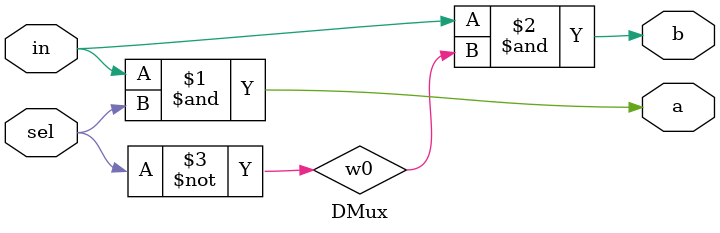
<source format=v>
/* módulo DMux */

`ifndef _DMux_
`define _DMux_

module DMux(a, b, in, sel);
    input in, sel;
    output a, b;
    wire w0;

    and and0(a, in, sel);
    not not0(w0, sel);
    and and1(b, in, w0);
    // Descrição de conexões internas do módulo

endmodule

`endif
</source>
